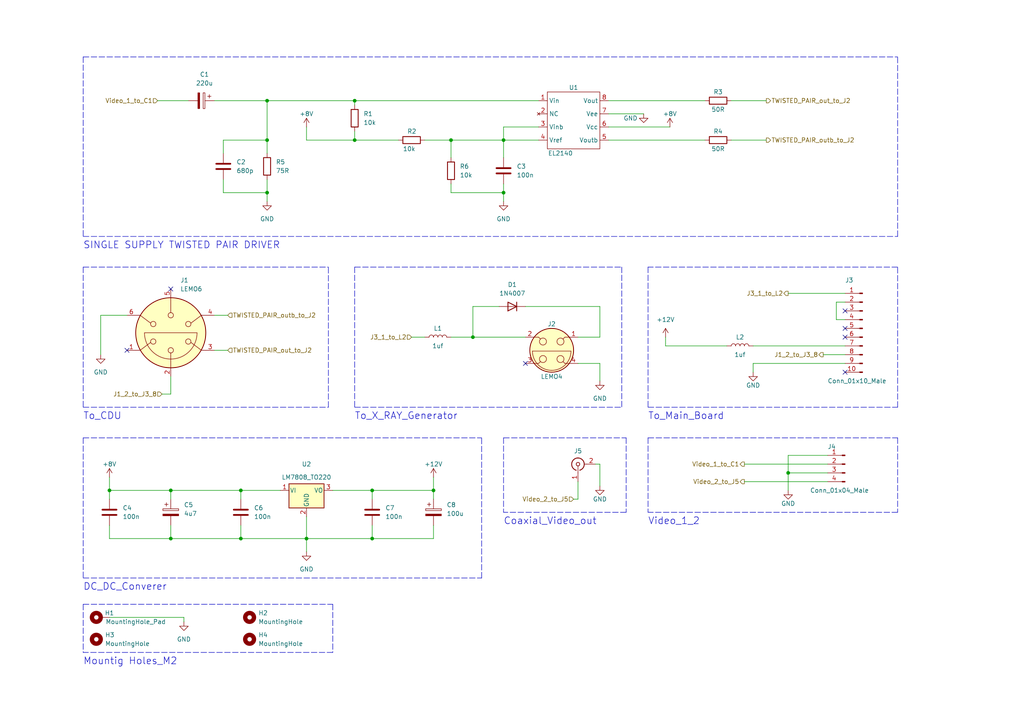
<source format=kicad_sch>
(kicad_sch (version 20211123) (generator eeschema)
  (paper "A4")
  (title_block (title "SINGLE SUPPLY TWISTED PAIR DRIVER") (date "2022-10-16") (company "KOBRAT_AL_TAFAKHOR COM") (comment 1 "THARWAT AGAMY"))
  (lib_symbols
    (symbol "C_Polarized_1" (pin_numbers hide) (pin_names (offset 0.254) hide)
      (property "Reference" "C" (at 0.635 2.54 0))
      (property "Value" "C_Polarized_1" (at 0.635 -2.54 0))
      (symbol "C_Polarized_1_0_1"
        (rectangle (start -2.286 0.508) (end 2.286 1.016))
        (polyline (pts (xy -1.778 2.286) (xy -0.762 2.286)))
        (polyline (pts (xy -1.27 2.794) (xy -1.27 1.778)))
        (rectangle (start 2.286 -0.508) (end -2.286 -1.016) (fill (type outline)))
      )
      (symbol "C_Polarized_1_1_1"
        (pin passive line (at 0 3.81 270) (length 2.794) (name "~") (number "1"))
        (pin passive line (at 0 -3.81 90) (length 2.794) (name "~") (number "2"))
      )
    )
    (symbol "Connector:Conn_01x04_Male" (pin_names (offset 1.016) hide)
      (property "Reference" "J" (at 0 5.08 0))
      (property "Value" "Conn_01x04_Male" (at 0 -7.62 0))
      (symbol "Conn_01x04_Male_1_1"
        (polyline (pts (xy 1.27 -5.08) (xy 0.8636 -5.08)) (stroke (width 0.1524)))
        (polyline (pts (xy 1.27 -2.54) (xy 0.8636 -2.54)) (stroke (width 0.1524)))
        (polyline (pts (xy 1.27 0) (xy 0.8636 0)) (stroke (width 0.1524)))
        (polyline (pts (xy 1.27 2.54) (xy 0.8636 2.54)) (stroke (width 0.1524)))
        (rectangle (start 0.8636 -4.953) (end 0 -5.207) (stroke (width 0.1524)) (fill (type outline)))
        (rectangle (start 0.8636 -2.413) (end 0 -2.667) (stroke (width 0.1524)) (fill (type outline)))
        (rectangle (start 0.8636 0.127) (end 0 -0.127) (stroke (width 0.1524)) (fill (type outline)))
        (rectangle (start 0.8636 2.667) (end 0 2.413) (stroke (width 0.1524)) (fill (type outline)))
        (pin passive line (at 5.08 2.54 180) (length 3.81) (name "Pin_1") (number "1"))
        (pin passive line (at 5.08 0 180) (length 3.81) (name "Pin_2") (number "2"))
        (pin passive line (at 5.08 -2.54 180) (length 3.81) (name "Pin_3") (number "3"))
        (pin passive line (at 5.08 -5.08 180) (length 3.81) (name "Pin_4") (number "4"))
      )
    )
    (symbol "Connector:Conn_01x10_Male" (pin_names (offset 1.016) hide)
      (property "Reference" "J" (at 0 12.7 0))
      (property "Value" "Conn_01x10_Male" (at 0 -15.24 0))
      (symbol "Conn_01x10_Male_1_1"
        (polyline (pts (xy 1.27 -12.7) (xy 0.8636 -12.7)) (stroke (width 0.1524)))
        (polyline (pts (xy 1.27 -10.16) (xy 0.8636 -10.16)) (stroke (width 0.1524)))
        (polyline (pts (xy 1.27 -7.62) (xy 0.8636 -7.62)) (stroke (width 0.1524)))
        (polyline (pts (xy 1.27 -5.08) (xy 0.8636 -5.08)) (stroke (width 0.1524)))
        (polyline (pts (xy 1.27 -2.54) (xy 0.8636 -2.54)) (stroke (width 0.1524)))
        (polyline (pts (xy 1.27 0) (xy 0.8636 0)) (stroke (width 0.1524)))
        (polyline (pts (xy 1.27 2.54) (xy 0.8636 2.54)) (stroke (width 0.1524)))
        (polyline (pts (xy 1.27 5.08) (xy 0.8636 5.08)) (stroke (width 0.1524)))
        (polyline (pts (xy 1.27 7.62) (xy 0.8636 7.62)) (stroke (width 0.1524)))
        (polyline (pts (xy 1.27 10.16) (xy 0.8636 10.16)) (stroke (width 0.1524)))
        (rectangle (start 0.8636 -12.573) (end 0 -12.827) (stroke (width 0.1524)) (fill (type outline)))
        (rectangle (start 0.8636 -10.033) (end 0 -10.287) (stroke (width 0.1524)) (fill (type outline)))
        (rectangle (start 0.8636 -7.493) (end 0 -7.747) (stroke (width 0.1524)) (fill (type outline)))
        (rectangle (start 0.8636 -4.953) (end 0 -5.207) (stroke (width 0.1524)) (fill (type outline)))
        (rectangle (start 0.8636 -2.413) (end 0 -2.667) (stroke (width 0.1524)) (fill (type outline)))
        (rectangle (start 0.8636 0.127) (end 0 -0.127) (stroke (width 0.1524)) (fill (type outline)))
        (rectangle (start 0.8636 2.667) (end 0 2.413) (stroke (width 0.1524)) (fill (type outline)))
        (rectangle (start 0.8636 5.207) (end 0 4.953) (stroke (width 0.1524)) (fill (type outline)))
        (rectangle (start 0.8636 7.747) (end 0 7.493) (stroke (width 0.1524)) (fill (type outline)))
        (rectangle (start 0.8636 10.287) (end 0 10.033) (stroke (width 0.1524)) (fill (type outline)))
        (pin passive line (at 5.08 10.16 180) (length 3.81) (name "Pin_1") (number "1"))
        (pin passive line (at 5.08 -12.7 180) (length 3.81) (name "Pin_10") (number "10"))
        (pin passive line (at 5.08 7.62 180) (length 3.81) (name "Pin_2") (number "2"))
        (pin passive line (at 5.08 5.08 180) (length 3.81) (name "Pin_3") (number "3"))
        (pin passive line (at 5.08 2.54 180) (length 3.81) (name "Pin_4") (number "4"))
        (pin passive line (at 5.08 0 180) (length 3.81) (name "Pin_5") (number "5"))
        (pin passive line (at 5.08 -2.54 180) (length 3.81) (name "Pin_6") (number "6"))
        (pin passive line (at 5.08 -5.08 180) (length 3.81) (name "Pin_7") (number "7"))
        (pin passive line (at 5.08 -7.62 180) (length 3.81) (name "Pin_8") (number "8"))
        (pin passive line (at 5.08 -10.16 180) (length 3.81) (name "Pin_9") (number "9"))
      )
    )
    (symbol "Connector:Conn_Coaxial" (pin_names (offset 1.016) hide)
      (property "Reference" "J" (at 0.254 3.048 0))
      (property "Value" "Conn_Coaxial" (at 2.921 0 90))
      (symbol "Conn_Coaxial_0_1"
        (arc (start -1.778 -0.508) (mid 0.2311 -1.8066) (end 1.778 0) (stroke (width 0.254)))
        (polyline (pts (xy -2.54 0) (xy -0.508 0)))
        (polyline (pts (xy 0 -2.54) (xy 0 -1.778)))
        (circle (center 0 0) (radius 0.508) (stroke (width 0.2032)))
        (arc (start 1.778 0) (mid 0.2099 1.8101) (end -1.778 0.508) (stroke (width 0.254)))
      )
      (symbol "Conn_Coaxial_1_1"
        (pin passive line (at -5.08 0 0) (length 2.54) (name "In") (number "1"))
        (pin passive line (at 0 -5.08 90) (length 2.54) (name "Ext") (number "2"))
      )
    )
    (symbol "Connector:LEMO4" (pin_names (offset 1.016) hide)
      (property "Reference" "J" (at 0 7.62 0))
      (property "Value" "LEMO4" (at 0 -7.62 0))
      (symbol "LEMO4_0_1"
        (arc (start -5.588 -0.2286) (mid -3.9513 -4.1799) (end 0 -5.8166))
        (circle (center -2.54 -2.54) (radius 1.016))
        (circle (center -2.54 2.54) (radius 1.016))
        (arc (start 0 -5.8166) (mid 3.9513 -4.1799) (end 5.588 -0.2286))
        (polyline (pts (xy -5.588 -0.2286) (xy 5.5626 -0.2286)))
        (polyline (pts (xy -5.08 -3.81) (xy -3.81 -3.81)))
        (polyline (pts (xy -3.81 -3.81) (xy -3.302 -3.302)))
        (polyline (pts (xy -3.81 3.81) (xy -5.08 3.81)))
        (polyline (pts (xy -3.81 3.81) (xy -3.302 3.302)))
        (polyline (pts (xy 3.81 -3.81) (xy 3.302 -3.302)))
        (polyline (pts (xy 3.81 3.81) (xy 3.302 3.302)))
        (polyline (pts (xy 5.08 -3.81) (xy 3.81 -3.81)))
        (polyline (pts (xy 5.08 3.81) (xy 3.81 3.81)))
        (circle (center 0 0) (radius 6.35) (stroke (width 0.254)) (fill (type background)))
        (circle (center 2.54 -2.54) (radius 1.016))
        (circle (center 2.54 2.54) (radius 1.016))
      )
      (symbol "LEMO4_1_1"
        (pin passive line (at 7.62 3.81 180) (length 2.54) (name "~") (number "1"))
        (pin passive line (at -7.62 3.81 0) (length 2.54) (name "~") (number "2"))
        (pin passive line (at -7.62 -3.81 0) (length 2.54) (name "~") (number "3"))
        (pin passive line (at 7.62 -3.81 180) (length 2.54) (name "~") (number "4"))
      )
    )
    (symbol "Connector:LEMO6" (pin_names (offset 1.016) hide)
      (property "Reference" "J" (at 8.255 9.525 0))
      (property "Value" "LEMO6" (at 8.255 -10.16 0))
      (symbol "LEMO6_0_1"
        (arc (start -7.62 -0.0254) (mid -5.3882 -5.3882) (end -0.0254 -7.62))
        (circle (center -5.08 -2.54) (radius 0.762))
        (circle (center -5.08 2.54) (radius 0.762))
        (circle (center 0 -5.08) (radius 0.762))
        (polyline (pts (xy -10.16 5.08) (xy -8.89 5.08)))
        (polyline (pts (xy -8.89 -5.08) (xy -10.16 -5.08)))
        (polyline (pts (xy -8.89 -5.08) (xy -5.842 -2.794)))
        (polyline (pts (xy -8.89 5.08) (xy -5.842 2.794)))
        (polyline (pts (xy -7.62 0) (xy 7.62 0)))
        (polyline (pts (xy 0 -10.16) (xy 0 -5.842)))
        (polyline (pts (xy 0 10.16) (xy 0 5.842)))
        (polyline (pts (xy 8.89 -5.08) (xy 5.842 -2.794)))
        (polyline (pts (xy 8.89 -5.08) (xy 10.16 -5.08)))
        (polyline (pts (xy 8.89 5.08) (xy 5.842 2.794)))
        (polyline (pts (xy 10.16 5.08) (xy 8.89 5.08)))
        (circle (center 0 0) (radius 10.16) (stroke (width 0.254)) (fill (type background)))
        (circle (center 0 5.08) (radius 0.762))
        (arc (start 0.0254 -7.62) (mid 5.3882 -5.3882) (end 7.62 -0.0254))
        (circle (center 5.08 -2.54) (radius 0.762))
        (circle (center 5.08 2.54) (radius 0.762))
      )
      (symbol "LEMO6_1_1"
        (pin passive line (at -12.7 -5.08 0) (length 2.54) (name "~") (number "1"))
        (pin passive line (at 0 -12.7 90) (length 2.54) (name "~") (number "2"))
        (pin passive line (at 12.7 -5.08 180) (length 2.54) (name "~") (number "3"))
        (pin passive line (at 12.7 5.08 180) (length 2.54) (name "~") (number "4"))
        (pin passive line (at 0 12.7 270) (length 2.54) (name "~") (number "5"))
        (pin passive line (at -12.7 5.08 0) (length 2.54) (name "~") (number "6"))
      )
    )
    (symbol "Device:C" (pin_numbers hide) (pin_names (offset 0.254))
      (property "Reference" "C" (at 0.635 2.54 0))
      (property "Value" "C" (at 0.635 -2.54 0))
      (symbol "C_0_1"
        (polyline (pts (xy -2.032 -0.762) (xy 2.032 -0.762)) (stroke (width 0.508)))
        (polyline (pts (xy -2.032 0.762) (xy 2.032 0.762)) (stroke (width 0.508)))
      )
      (symbol "C_1_1"
        (pin passive line (at 0 3.81 270) (length 2.794) (name "~") (number "1"))
        (pin passive line (at 0 -3.81 90) (length 2.794) (name "~") (number "2"))
      )
    )
    (symbol "Device:C_Polarized" (pin_numbers hide) (pin_names (offset 0.254))
      (property "Reference" "C" (at 0.635 2.54 0))
      (property "Value" "C_Polarized" (at 0.635 -2.54 0))
      (symbol "C_Polarized_0_1"
        (rectangle (start -2.286 0.508) (end 2.286 1.016))
        (polyline (pts (xy -1.778 2.286) (xy -0.762 2.286)))
        (polyline (pts (xy -1.27 2.794) (xy -1.27 1.778)))
        (rectangle (start 2.286 -0.508) (end -2.286 -1.016) (fill (type outline)))
      )
      (symbol "C_Polarized_1_1"
        (pin passive line (at 0 3.81 270) (length 2.794) (name "~") (number "1"))
        (pin passive line (at 0 -3.81 90) (length 2.794) (name "~") (number "2"))
      )
    )
    (symbol "Device:L" (pin_numbers hide) (pin_names (offset 1.016) hide)
      (property "Reference" "L" (at -1.27 0 90))
      (property "Value" "L" (at 1.905 0 90))
      (symbol "L_0_1"
        (arc (start 0 -2.54) (mid 0.635 -1.905) (end 0 -1.27))
        (arc (start 0 -1.27) (mid 0.635 -0.635) (end 0 0))
        (arc (start 0 0) (mid 0.635 0.635) (end 0 1.27))
        (arc (start 0 1.27) (mid 0.635 1.905) (end 0 2.54))
      )
      (symbol "L_1_1"
        (pin passive line (at 0 3.81 270) (length 1.27) (name "1") (number "1"))
        (pin passive line (at 0 -3.81 90) (length 1.27) (name "2") (number "2"))
      )
    )
    (symbol "Device:R" (pin_numbers hide) (pin_names (offset 0))
      (property "Reference" "R" (at 2.032 0 90))
      (property "Value" "R" (at 0 0 90))
      (symbol "R_0_1"
        (rectangle (start -1.016 -2.54) (end 1.016 2.54) (stroke (width 0.254)))
      )
      (symbol "R_1_1"
        (pin passive line (at 0 3.81 270) (length 1.27) (name "~") (number "1"))
        (pin passive line (at 0 -3.81 90) (length 1.27) (name "~") (number "2"))
      )
    )
    (symbol "Diode:1N4007" (pin_numbers hide) (pin_names hide)
      (property "Reference" "D" (at 0 2.54 0))
      (property "Value" "1N4007" (at 0 -2.54 0))
      (symbol "1N4007_0_1"
        (polyline (pts (xy -1.27 1.27) (xy -1.27 -1.27)) (stroke (width 0.254)))
        (polyline (pts (xy 1.27 0) (xy -1.27 0)))
        (polyline (pts (xy 1.27 1.27) (xy 1.27 -1.27) (xy -1.27 0) (xy 1.27 1.27)) (stroke (width 0.254)))
      )
      (symbol "1N4007_1_1"
        (pin passive line (at -3.81 0 0) (length 2.54) (name "K") (number "1"))
        (pin passive line (at 3.81 0 180) (length 2.54) (name "A") (number "2"))
      )
    )
    (symbol "EL2140_1"
      (property "Reference" "U" (at -6.35 8.89 0))
      (property "Value" "EL2140_1" (at -3.81 -10.16 0))
      (symbol "EL2140_1_0_1"
        (rectangle (start -7.62 7.62) (end 7.62 -8.89))
      )
      (symbol "EL2140_1_1_1"
        (pin input line (at -10.16 5.08 0) (length 2.54) (name "Vin") (number "1"))
        (pin no_connect line (at -10.16 1.27 0) (length 2.54) (name "NC") (number "2"))
        (pin input line (at -10.16 -2.54 0) (length 2.54) (name "Vinb") (number "3"))
        (pin input line (at -10.16 -6.35 0) (length 2.54) (name "Vref") (number "4"))
        (pin output line (at 10.16 -6.35 180) (length 2.54) (name "Voutb") (number "5"))
        (pin power_out line (at 10.16 -2.54 180) (length 2.54) (name "Vcc") (number "6"))
        (pin power_out line (at 10.16 1.27 180) (length 2.54) (name "Vee") (number "7"))
        (pin output line (at 10.16 5.08 180) (length 2.54) (name "Vout") (number "8"))
      )
    )
    (symbol "Mechanical:MountingHole" (pin_names (offset 1.016))
      (property "Reference" "H" (at 0 5.08 0))
      (property "Value" "MountingHole" (at 0 3.175 0))
      (symbol "MountingHole_0_1"
        (circle (center 0 0) (radius 1.27) (stroke (width 1.27)))
      )
    )
    (symbol "Mechanical:MountingHole_Pad" (pin_numbers hide) (pin_names (offset 1.016) hide)
      (property "Reference" "H" (at 0 6.35 0))
      (property "Value" "MountingHole_Pad" (at 0 4.445 0))
      (symbol "MountingHole_Pad_0_1"
        (circle (center 0 1.27) (radius 1.27) (stroke (width 1.27)))
      )
      (symbol "MountingHole_Pad_1_1"
        (pin input line (at 0 -2.54 90) (length 2.54) (name "1") (number "1"))
      )
    )
    (symbol "Regulator_Linear:LM7808_TO220" (pin_names (offset 0.254))
      (property "Reference" "U" (at -3.81 3.175 0))
      (property "Value" "LM7808_TO220" (at 0 3.175 0))
      (symbol "LM7808_TO220_0_1"
        (rectangle (start -5.08 1.905) (end 5.08 -5.08) (stroke (width 0.254)) (fill (type background)))
      )
      (symbol "LM7808_TO220_1_1"
        (pin power_in line (at -7.62 0 0) (length 2.54) (name "VI") (number "1"))
        (pin power_in line (at 0 -7.62 90) (length 2.54) (name "GND") (number "2"))
        (pin power_out line (at 7.62 0 180) (length 2.54) (name "VO") (number "3"))
      )
    )
    (symbol "power:+12V" (power) (pin_names (offset 0))
      (property "Value" "+12V" (at 0 3.556 0))
      (symbol "+12V_0_1"
        (polyline (pts (xy -0.762 1.27) (xy 0 2.54)))
        (polyline (pts (xy 0 0) (xy 0 2.54)))
        (polyline (pts (xy 0 2.54) (xy 0.762 1.27)))
      )
      (symbol "+12V_1_1"
        (pin power_in line (at 0 0 90) (length 0) hide (name "+12V") (number "1"))
      )
    )
    (symbol "power:+8V" (power) (pin_names (offset 0))
      (property "Value" "+8V" (at 0 3.556 0))
      (symbol "+8V_0_1"
        (polyline (pts (xy -0.762 1.27) (xy 0 2.54)))
        (polyline (pts (xy 0 0) (xy 0 2.54)))
        (polyline (pts (xy 0 2.54) (xy 0.762 1.27)))
      )
      (symbol "+8V_1_1"
        (pin power_in line (at 0 0 90) (length 0) hide (name "+8V") (number "1"))
      )
    )
    (symbol "power:GND" (power) (pin_names (offset 0))
      (property "Value" "GND" (at 0 -3.81 0))
      (symbol "GND_0_1"
        (polyline (pts (xy 0 0) (xy 0 -1.27) (xy 1.27 -1.27) (xy 0 -2.54) (xy -1.27 -1.27) (xy 0 -1.27)))
      )
      (symbol "GND_1_1"
        (pin power_in line (at 0 0 270) (length 0) hide (name "GND") (number "1"))
      )
    )
  )
  (junction (at 125.73 142.24))
  (junction (at 69.85 156.21))
  (junction (at 130.81 40.64))
  (junction (at 137.16 97.79))
  (junction (at 49.53 156.21))
  (junction (at 49.53 142.24))
  (junction (at 77.47 29.21))
  (junction (at 146.05 55.88))
  (junction (at 88.9 156.21))
  (junction (at 77.47 40.64))
  (junction (at 102.87 29.21))
  (junction (at 77.47 55.88))
  (junction (at 107.95 156.21))
  (junction (at 146.05 40.64))
  (junction (at 102.87 40.64))
  (junction (at 69.85 142.24))
  (junction (at 107.95 142.24))
  (junction (at 228.6 137.16))
  (junction (at 31.75 142.24))
  (no_connect (at 36.83 101.6))
  (no_connect (at 245.11 95.25))
  (no_connect (at 245.11 107.95))
  (no_connect (at 245.11 97.79))
  (no_connect (at 152.4 105.41))
  (no_connect (at 245.11 90.17))
  (no_connect (at 49.53 83.82))
  (polyline (pts (xy 96.52 189.23) (xy 24.13 189.23)))
  (polyline (pts (xy 24.13 175.26) (xy 24.13 189.23)))
  (wire (pts (xy 62.23 29.21) (xy 77.47 29.21)))
  (wire (pts (xy 242.57 92.71) (xy 245.11 92.71)))
  (polyline (pts (xy 146.05 127) (xy 146.05 148.59)))
  (wire (pts (xy 228.6 137.16) (xy 228.6 142.24)))
  (wire (pts (xy 146.05 36.83) (xy 156.21 36.83)))
  (wire (pts (xy 77.47 29.21) (xy 102.87 29.21)))
  (wire (pts (xy 88.9 36.83) (xy 88.9 40.64)))
  (wire (pts (xy 130.81 55.88) (xy 146.05 55.88)))
  (wire (pts (xy 125.73 152.4) (xy 125.73 156.21)))
  (wire (pts (xy 102.87 29.21) (xy 156.21 29.21)))
  (wire (pts (xy 77.47 55.88) (xy 64.77 55.88)))
  (wire (pts (xy 173.99 110.49) (xy 173.99 105.41)))
  (wire (pts (xy 215.9 139.7) (xy 240.03 139.7)))
  (wire (pts (xy 193.04 100.33) (xy 210.82 100.33)))
  (wire (pts (xy 69.85 156.21) (xy 69.85 152.4)))
  (wire (pts (xy 130.81 97.79) (xy 137.16 97.79)))
  (wire (pts (xy 240.03 132.08) (xy 228.6 132.08)))
  (wire (pts (xy 137.16 88.9) (xy 137.16 97.79)))
  (polyline (pts (xy 260.35 118.11) (xy 260.35 77.47)))
  (wire (pts (xy 49.53 152.4) (xy 49.53 156.21)))
  (wire (pts (xy 123.19 40.64) (xy 130.81 40.64)))
  (wire (pts (xy 228.6 137.16) (xy 240.03 137.16)))
  (wire (pts (xy 176.53 36.83) (xy 194.31 36.83)))
  (wire (pts (xy 167.64 144.78) (xy 166.37 144.78)))
  (wire (pts (xy 228.6 132.08) (xy 228.6 137.16)))
  (wire (pts (xy 69.85 142.24) (xy 69.85 144.78)))
  (polyline (pts (xy 102.87 118.11) (xy 180.34 118.11)))
  (wire (pts (xy 130.81 45.72) (xy 130.81 40.64)))
  (wire (pts (xy 173.99 97.79) (xy 167.64 97.79)))
  (wire (pts (xy 245.11 105.41) (xy 218.44 105.41)))
  (wire (pts (xy 173.99 88.9) (xy 173.99 97.79)))
  (polyline (pts (xy 187.96 127) (xy 187.96 148.59)))
  (polyline (pts (xy 260.35 127) (xy 260.35 148.59)))
  (polyline (pts (xy 102.87 77.47) (xy 180.34 77.47)))
  (polyline (pts (xy 181.61 127) (xy 181.61 148.59)))
  (wire (pts (xy 88.9 149.86) (xy 88.9 156.21)))
  (wire (pts (xy 49.53 156.21) (xy 69.85 156.21)))
  (polyline (pts (xy 24.13 16.51) (xy 24.13 68.58)))
  (wire (pts (xy 107.95 152.4) (xy 107.95 156.21)))
  (polyline (pts (xy 139.7 167.64) (xy 139.7 127)))
  (wire (pts (xy 96.52 142.24) (xy 107.95 142.24)))
  (polyline (pts (xy 24.13 118.11) (xy 95.25 118.11)))
  (wire (pts (xy 77.47 40.64) (xy 77.47 44.45)))
  (wire (pts (xy 119.38 97.79) (xy 123.19 97.79)))
  (wire (pts (xy 102.87 30.48) (xy 102.87 29.21)))
  (wire (pts (xy 152.4 88.9) (xy 173.99 88.9)))
  (polyline (pts (xy 24.13 77.47) (xy 24.13 118.11)))
  (polyline (pts (xy 146.05 127) (xy 181.61 127)))
  (wire (pts (xy 31.75 156.21) (xy 49.53 156.21)))
  (wire (pts (xy 215.9 134.62) (xy 240.03 134.62)))
  (wire (pts (xy 62.23 91.44) (xy 66.04 91.44)))
  (wire (pts (xy 115.57 40.64) (xy 102.87 40.64)))
  (wire (pts (xy 172.72 134.62) (xy 173.99 134.62)))
  (polyline (pts (xy 187.96 118.11) (xy 260.35 118.11)))
  (polyline (pts (xy 24.13 77.47) (xy 95.25 77.47)))
  (wire (pts (xy 77.47 52.07) (xy 77.47 55.88)))
  (wire (pts (xy 29.21 102.87) (xy 29.21 91.44)))
  (polyline (pts (xy 260.35 77.47) (xy 187.96 77.47)))
  (wire (pts (xy 88.9 156.21) (xy 88.9 160.02)))
  (wire (pts (xy 228.6 85.09) (xy 245.11 85.09)))
  (wire (pts (xy 49.53 114.3) (xy 49.53 109.22)))
  (wire (pts (xy 107.95 156.21) (xy 88.9 156.21)))
  (polyline (pts (xy 187.96 77.47) (xy 187.96 118.11)))
  (wire (pts (xy 88.9 40.64) (xy 102.87 40.64)))
  (wire (pts (xy 125.73 142.24) (xy 107.95 142.24)))
  (wire (pts (xy 31.75 142.24) (xy 49.53 142.24)))
  (wire (pts (xy 125.73 144.78) (xy 125.73 142.24)))
  (polyline (pts (xy 24.13 167.64) (xy 139.7 167.64)))
  (wire (pts (xy 130.81 40.64) (xy 146.05 40.64)))
  (polyline (pts (xy 260.35 148.59) (xy 187.96 148.59)))
  (polyline (pts (xy 180.34 77.47) (xy 180.34 118.11)))
  (wire (pts (xy 31.75 152.4) (xy 31.75 156.21)))
  (polyline (pts (xy 260.35 68.58) (xy 260.35 16.51)))
  (polyline (pts (xy 95.25 118.11) (xy 95.25 77.47)))
  (wire (pts (xy 125.73 138.43) (xy 125.73 142.24)))
  (wire (pts (xy 146.05 53.34) (xy 146.05 55.88)))
  (wire (pts (xy 31.75 144.78) (xy 31.75 142.24)))
  (wire (pts (xy 176.53 40.64) (xy 204.47 40.64)))
  (polyline (pts (xy 24.13 16.51) (xy 260.35 16.51)))
  (wire (pts (xy 167.64 105.41) (xy 173.99 105.41)))
  (polyline (pts (xy 96.52 175.26) (xy 96.52 189.23)))
  (polyline (pts (xy 24.13 127) (xy 139.7 127)))
  (polyline (pts (xy 24.13 68.58) (xy 260.35 68.58)))
  (wire (pts (xy 62.23 101.6) (xy 66.04 101.6)))
  (wire (pts (xy 49.53 144.78) (xy 49.53 142.24)))
  (wire (pts (xy 176.53 29.21) (xy 204.47 29.21)))
  (polyline (pts (xy 181.61 148.59) (xy 146.05 148.59)))
  (wire (pts (xy 81.28 142.24) (xy 69.85 142.24)))
  (wire (pts (xy 146.05 55.88) (xy 146.05 58.42)))
  (polyline (pts (xy 102.87 77.47) (xy 102.87 118.11)))
  (wire (pts (xy 125.73 156.21) (xy 107.95 156.21)))
  (wire (pts (xy 107.95 142.24) (xy 107.95 144.78)))
  (wire (pts (xy 64.77 44.45) (xy 64.77 40.64)))
  (wire (pts (xy 173.99 134.62) (xy 173.99 140.97)))
  (wire (pts (xy 49.53 142.24) (xy 69.85 142.24)))
  (wire (pts (xy 102.87 40.64) (xy 102.87 38.1)))
  (wire (pts (xy 146.05 36.83) (xy 146.05 40.64)))
  (wire (pts (xy 29.21 91.44) (xy 36.83 91.44)))
  (wire (pts (xy 46.99 114.3) (xy 49.53 114.3)))
  (wire (pts (xy 64.77 40.64) (xy 77.47 40.64)))
  (wire (pts (xy 146.05 40.64) (xy 156.21 40.64)))
  (wire (pts (xy 130.81 53.34) (xy 130.81 55.88)))
  (wire (pts (xy 45.72 29.21) (xy 54.61 29.21)))
  (wire (pts (xy 64.77 55.88) (xy 64.77 52.07)))
  (wire (pts (xy 186.69 33.02) (xy 176.53 33.02)))
  (wire (pts (xy 245.11 87.63) (xy 242.57 87.63)))
  (polyline (pts (xy 24.13 127) (xy 24.13 167.64)))
  (wire (pts (xy 242.57 87.63) (xy 242.57 92.71)))
  (wire (pts (xy 212.09 29.21) (xy 222.25 29.21)))
  (wire (pts (xy 218.44 105.41) (xy 218.44 107.95)))
  (wire (pts (xy 88.9 156.21) (xy 69.85 156.21)))
  (wire (pts (xy 31.75 179.07) (xy 53.34 179.07)))
  (wire (pts (xy 144.78 88.9) (xy 137.16 88.9)))
  (wire (pts (xy 137.16 97.79) (xy 152.4 97.79)))
  (wire (pts (xy 53.34 179.07) (xy 53.34 180.34)))
  (polyline (pts (xy 187.96 127) (xy 260.35 127)))
  (wire (pts (xy 146.05 40.64) (xy 146.05 45.72)))
  (wire (pts (xy 31.75 138.43) (xy 31.75 142.24)))
  (wire (pts (xy 193.04 97.79) (xy 193.04 100.33)))
  (wire (pts (xy 167.64 139.7) (xy 167.64 144.78)))
  (wire (pts (xy 238.76 102.87) (xy 245.11 102.87)))
  (wire (pts (xy 77.47 29.21) (xy 77.47 40.64)))
  (polyline (pts (xy 24.13 175.26) (xy 96.52 175.26)))
  (wire (pts (xy 77.47 55.88) (xy 77.47 58.42)))
  (wire (pts (xy 212.09 40.64) (xy 222.25 40.64)))
  (wire (pts (xy 218.44 100.33) (xy 245.11 100.33)))
  (text "Mountig Holes_M2" (at 24.13 193.04 0) (effects (font (size 2 2)) (justify left bottom)))
  (text "To_Main_Board" (at 187.96 121.92 0) (effects (font (size 2 2)) (justify left bottom)))
  (text "Coaxial_Video_out" (at 146.05 152.4 0) (effects (font (size 2 2)) (justify left bottom)))
  (text "To_X_RAY_Generator" (at 102.87 121.92 0) (effects (font (size 2 2)) (justify left bottom)))
  (text "Video_1_2" (at 187.96 152.4 0) (effects (font (size 2 2)) (justify left bottom)))
  (text "To_CDU" (at 24.13 121.92 0) (effects (font (size 2 2)) (justify left bottom)))
  (text "DC_DC_Converer" (at 24.13 171.45 0) (effects (font (size 2 2)) (justify left bottom)))
  (text "SINGLE SUPPLY TWISTED PAIR DRIVER" (at 24.13 72.39 0) (effects (font (size 2 2)) (justify left bottom)))
  (hierarchical_label "Video_2_to_J5" (shape output) (at 215.9 139.7 180))
  (hierarchical_label "J3_1_to_L2" (shape output) (at 228.6 85.09 180))
  (hierarchical_label "TWISTED_PAIR_outb_to_J2" (shape output) (at 222.25 40.64 0))
  (hierarchical_label "TWISTED_PAIR_out_to_J2" (shape input) (at 66.04 101.6 0))
  (hierarchical_label "J1_2_to_J3_8" (shape input) (at 46.99 114.3 180))
  (hierarchical_label "J1_2_to_J3_8" (shape output) (at 238.76 102.87 180))
  (hierarchical_label "TWISTED_PAIR_out_to_J2" (shape output) (at 222.25 29.21 0))
  (hierarchical_label "TWISTED_PAIR_outb_to_J2" (shape input) (at 66.04 91.44 0))
  (hierarchical_label "Video_2_to_J5" (shape input) (at 166.37 144.78 180))
  (hierarchical_label "J3_1_to_L2" (shape input) (at 119.38 97.79 180))
  (hierarchical_label "Video_1_to_C1" (shape output) (at 215.9 134.62 180))
  (hierarchical_label "Video_1_to_C1" (shape input) (at 45.72 29.21 180))
  (symbol (lib_id "Device:R") (at 77.47 48.26 0) (unit 1)
    (property "Reference" "R5" (at 80.01 46.9899 0) (effects (justify left)))
    (property "Value" "75R" (at 80.01 49.5299 0) (effects (justify left)))
    (property "Footprint" "Resistor_THT:R_Axial_DIN0207_L6.3mm_D2.5mm_P10.16mm_Horizontal" (effects hide))
  )
  (symbol (lib_id "Device:R") (at 119.38 40.64 90) (mirror x) (unit 1)
    (property "Reference" "R2" (at 118.1099 38.1 90) (effects (justify right)))
    (property "Value" "10k" (at 116.84 43.18 90) (effects (justify right)))
    (property "Footprint" "Resistor_THT:R_Axial_DIN0207_L6.3mm_D2.5mm_P10.16mm_Horizontal" (effects hide))
  )
  (symbol (lib_id "Device:L") (at 214.63 100.33 90) (unit 1)
    (property "Reference" "L2" (at 214.63 97.79 90))
    (property "Value" "1uf" (at 214.63 102.87 90))
    (property "Footprint" "Inductor_THT:L_Axial_L5.3mm_D2.2mm_P10.16mm_Horizontal_Vishay_IM-1" (effects hide))
  )
  (symbol (lib_id "Device:R") (at 208.28 29.21 90) (unit 1)
    (property "Reference" "R3" (at 208.28 26.67 90))
    (property "Value" "50R" (at 208.28 31.75 90))
    (property "Footprint" "Resistor_THT:R_Axial_DIN0207_L6.3mm_D2.5mm_P10.16mm_Horizontal" (effects hide))
  )
  (symbol (lib_name "C_Polarized_1") (lib_id "Device:C_Polarized") (at 49.53 148.59 0) (unit 1)
    (property "Reference" "C5" (at 53.34 146.4309 0) (effects (justify left)))
    (property "Value" "4u7" (at 53.34 148.9709 0) (effects (justify left)))
    (property "Footprint" "Capacitor_THT:CP_Radial_D6.3mm_P2.50mm" (effects hide))
  )
  (symbol (lib_id "power:GND") (at 228.6 142.24 0) (unit 1)
    (property "Reference" "#PWR0101" (effects hide))
    (property "Value" "GND" (at 228.6 146.05 0))
  )
  (symbol (lib_id "Device:R") (at 130.81 49.53 0) (unit 1)
    (property "Reference" "R6" (at 133.35 48.2599 0) (effects (justify left)))
    (property "Value" "10k" (at 133.35 50.7999 0) (effects (justify left)))
    (property "Footprint" "Resistor_THT:R_Axial_DIN0207_L6.3mm_D2.5mm_P10.16mm_Horizontal" (effects hide))
  )
  (symbol (lib_id "power:+8V") (at 88.9 36.83 0) (unit 1)
    (property "Reference" "#PWR0110" (effects hide))
    (property "Value" "+8V" (at 88.9 33.02 0))
  )
  (symbol (lib_id "Regulator_Linear:LM7808_TO220") (at 88.9 142.24 0) (unit 1)
    (property "Reference" "U2" (at 88.9 134.62 0))
    (property "Value" "LM7808_TO220" (at 88.9 138.43 0))
    (property "Footprint" "Package_TO_SOT_THT:TO-220-3_Vertical" (effects hide))
    (property "Datasheet" "https://www.onsemi.cn/PowerSolutions/document/MC7800-D.PDF" (effects hide))
  )
  (symbol (lib_id "Device:C_Polarized") (at 125.73 148.59 0) (unit 1)
    (property "Reference" "C8" (at 129.54 146.4309 0) (effects (justify left)))
    (property "Value" "100u" (at 129.54 148.9709 0) (effects (justify left)))
    (property "Footprint" "Capacitor_THT:CP_Radial_D6.3mm_P2.50mm" (effects hide))
  )
  (symbol (lib_id "Device:C") (at 107.95 148.59 0) (unit 1)
    (property "Reference" "C7" (at 111.76 147.3199 0) (effects (justify left)))
    (property "Value" "100n" (at 111.76 149.8599 0) (effects (justify left)))
    (property "Footprint" "Capacitor_THT:C_Disc_D3.8mm_W2.6mm_P2.50mm" (effects hide))
  )
  (symbol (lib_id "power:GND") (at 173.99 110.49 0) (unit 1)
    (property "Reference" "#PWR0107" (effects hide))
    (property "Value" "GND" (at 173.99 115.57 0))
  )
  (symbol (lib_id "Connector:Conn_Coaxial") (at 167.64 134.62 90) (unit 1)
    (property "Reference" "J5" (at 167.64 130.81 90))
    (property "Value" "Conn_Coaxial" (effects hide))
    (property "Footprint" "Connector_Coaxial:BNC_TEConnectivity_1478204_Vertical" (effects hide))
    (property "Datasheet" " ~" (effects hide))
  )
  (symbol (lib_id "Device:C_Polarized") (at 58.42 29.21 270) (unit 1)
    (property "Reference" "C1" (at 59.309 21.59 90))
    (property "Value" "220u" (at 59.309 24.13 90))
    (property "Footprint" "Capacitor_THT:CP_Radial_D6.3mm_P2.50mm" (effects hide))
  )
  (symbol (lib_id "power:GND") (at 218.44 107.95 0) (unit 1)
    (property "Reference" "#PWR0102" (effects hide))
    (property "Value" "GND" (at 218.44 111.76 0))
  )
  (symbol (lib_id "Mechanical:MountingHole") (at 27.94 185.42 0) (unit 1)
    (property "Reference" "H3" (at 30.48 184.1499 0) (effects (justify left)))
    (property "Value" "MountingHole" (at 30.48 186.6899 0) (effects (justify left)))
    (property "Footprint" "MountingHole:MountingHole_2.2mm_M2" (effects hide))
  )
  (symbol (lib_id "power:GND") (at 29.21 102.87 0) (unit 1)
    (property "Reference" "#PWR0113" (effects hide))
    (property "Value" "GND" (at 29.21 107.95 0))
  )
  (symbol (lib_id "Mechanical:MountingHole_Pad") (at 29.21 179.07 90) (unit 1)
    (property "Reference" "H1" (at 31.75 177.8 90))
    (property "Value" "MountingHole_Pad" (at 39.37 180.34 90))
    (property "Footprint" "MountingHole:MountingHole_2.2mm_M2_Pad" (effects hide))
  )
  (symbol (lib_id "power:+12V") (at 125.73 138.43 0) (unit 1)
    (property "Reference" "#PWR0112" (effects hide))
    (property "Value" "+12V" (at 125.73 134.62 0))
  )
  (symbol (lib_id "Connector:Conn_01x04_Male") (at 245.11 134.62 0) (mirror y) (unit 1)
    (property "Reference" "J4" (at 240.03 129.54 0) (effects (justify right)))
    (property "Value" "Conn_01x04_Male" (at 234.95 142.24 0) (effects (justify right)))
    (property "Footprint" "Connector_JST:JST_XH_B4B-XH-A_1x04_P2.50mm_Vertical" (effects hide))
  )
  (symbol (lib_id "Connector:Conn_01x10_Male") (at 250.19 95.25 0) (mirror y) (unit 1)
    (property "Reference" "J3" (at 245.11 81.28 0) (effects (justify right)))
    (property "Value" "Conn_01x10_Male" (at 240.03 110.49 0) (effects (justify right)))
    (property "Footprint" "Connector_Molex:Molex_SL_171971-0010_1x10_P2.54mm_Vertical" (effects hide))
  )
  (symbol (lib_id "Diode:1N4007") (at 148.59 88.9 180) (unit 1)
    (property "Reference" "D1" (at 148.59 82.55 0))
    (property "Value" "1N4007" (at 148.59 85.09 0))
    (property "Footprint" "Diode_THT:D_DO-41_SOD81_P10.16mm_Horizontal" (effects hide))
    (property "Datasheet" "http://www.vishay.com/docs/88503/1n4001.pdf" (effects hide))
  )
  (symbol (lib_id "power:GND") (at 186.69 33.02 0) (unit 1)
    (property "Reference" "#PWR0104" (effects hide))
    (property "Value" "GND" (at 182.88 34.29 0))
  )
  (symbol (lib_id "Mechanical:MountingHole") (at 72.39 179.07 0) (unit 1)
    (property "Reference" "H2" (at 74.93 177.7999 0) (effects (justify left)))
    (property "Value" "MountingHole" (at 74.93 180.3399 0) (effects (justify left)))
    (property "Footprint" "MountingHole:MountingHole_2.2mm_M2" (effects hide))
  )
  (symbol (lib_id "Device:L") (at 127 97.79 90) (unit 1)
    (property "Reference" "L1" (at 127 95.25 90))
    (property "Value" "1uf" (at 127 100.33 90))
    (property "Footprint" "Inductor_THT:L_Axial_L5.3mm_D2.2mm_P10.16mm_Horizontal_Vishay_IM-1" (effects hide))
  )
  (symbol (lib_id "Device:C") (at 31.75 148.59 0) (unit 1)
    (property "Reference" "C4" (at 35.56 147.3199 0) (effects (justify left)))
    (property "Value" "100n" (at 35.56 149.8599 0) (effects (justify left)))
    (property "Footprint" "Capacitor_THT:C_Disc_D3.8mm_W2.6mm_P2.50mm" (effects hide))
  )
  (symbol (lib_id "Device:C") (at 69.85 148.59 0) (unit 1)
    (property "Reference" "C6" (at 73.66 147.3199 0) (effects (justify left)))
    (property "Value" "100n" (at 73.66 149.8599 0) (effects (justify left)))
    (property "Footprint" "Capacitor_THT:C_Disc_D3.8mm_W2.6mm_P2.50mm" (effects hide))
  )
  (symbol (lib_id "power:GND") (at 173.99 140.97 0) (unit 1)
    (property "Reference" "#PWR0114" (effects hide))
    (property "Value" "GND" (at 173.99 144.78 0))
  )
  (symbol (lib_id "Mechanical:MountingHole") (at 72.39 185.42 0) (unit 1)
    (property "Reference" "H4" (at 74.93 184.1499 0) (effects (justify left)))
    (property "Value" "MountingHole" (at 74.93 186.6899 0) (effects (justify left)))
    (property "Footprint" "MountingHole:MountingHole_2.2mm_M2" (effects hide))
  )
  (symbol (lib_id "power:GND") (at 77.47 58.42 0) (unit 1)
    (property "Reference" "#PWR0109" (effects hide))
    (property "Value" "GND" (at 77.47 63.5 0))
  )
  (symbol (lib_id "power:GND") (at 53.34 180.34 0) (mirror y) (unit 1)
    (property "Reference" "#PWR0115" (effects hide))
    (property "Value" "GND" (at 53.34 185.42 0))
  )
  (symbol (lib_id "Device:R") (at 102.87 34.29 0) (unit 1)
    (property "Reference" "R1" (at 105.41 33.0199 0) (effects (justify left)))
    (property "Value" "10k" (at 105.41 35.5599 0) (effects (justify left)))
    (property "Footprint" "Resistor_THT:R_Axial_DIN0207_L6.3mm_D2.5mm_P10.16mm_Horizontal" (effects hide))
  )
  (symbol (lib_id "Connector:LEMO6") (at 49.53 96.52 0) (unit 1)
    (property "Reference" "J1" (at 52.2987 81.28 0) (effects (justify left)))
    (property "Value" "LEMO6" (at 52.2987 83.82 0) (effects (justify left)))
    (property "Footprint" "TerminalBlock_4Ucon:TerminalBlock_4Ucon_1x06_P3.50mm_Horizontal" (effects hide))
    (property "Datasheet" " ~" (effects hide))
  )
  (symbol (lib_id "Device:C") (at 64.77 48.26 0) (unit 1)
    (property "Reference" "C2" (at 68.58 46.9899 0) (effects (justify left)))
    (property "Value" "680p" (at 68.58 49.5299 0) (effects (justify left)))
    (property "Footprint" "Capacitor_THT:C_Disc_D3.8mm_W2.6mm_P2.50mm" (effects hide))
  )
  (symbol (lib_name "EL2140_1") (lib_id "Amplifier_Video_2:EL2140") (at 166.37 34.29 0) (unit 1)
    (property "Reference" "U1" (at 166.37 25.4 0))
    (property "Value" "EL2140" (at 162.56 44.45 0))
    (property "Footprint" "Package_DIP:DIP-8_W7.62mm" (effects hide))
  )
  (symbol (lib_id "Connector:LEMO4") (at 160.02 101.6 0) (unit 1)
    (property "Reference" "J2" (at 160.02 93.98 0))
    (property "Value" "LEMO4" (at 160.02 109.22 0))
    (property "Footprint" "Connector_JST:JST_EH_B4B-EH-A_1x04_P2.50mm_Vertical" (effects hide))
    (property "Datasheet" " ~" (effects hide))
  )
  (symbol (lib_id "power:+8V") (at 194.31 36.83 0) (unit 1)
    (property "Reference" "#PWR0105" (effects hide))
    (property "Value" "+8V" (at 194.31 33.02 0))
  )
  (symbol (lib_id "power:+8V") (at 31.75 138.43 0) (unit 1)
    (property "Reference" "#PWR0111" (effects hide))
    (property "Value" "+8V" (at 31.75 134.62 0))
  )
  (symbol (lib_id "Device:C") (at 146.05 49.53 0) (unit 1)
    (property "Reference" "C3" (at 149.86 48.2599 0) (effects (justify left)))
    (property "Value" "100n" (at 149.86 50.7999 0) (effects (justify left)))
    (property "Footprint" "Capacitor_THT:C_Disc_D3.8mm_W2.6mm_P2.50mm" (effects hide))
  )
  (symbol (lib_id "Device:R") (at 208.28 40.64 90) (unit 1)
    (property "Reference" "R4" (at 208.28 38.1 90))
    (property "Value" "50R" (at 208.28 43.18 90))
    (property "Footprint" "Resistor_THT:R_Axial_DIN0207_L6.3mm_D2.5mm_P10.16mm_Horizontal" (effects hide))
  )
  (symbol (lib_id "power:GND") (at 88.9 160.02 0) (unit 1)
    (property "Reference" "#PWR0108" (effects hide))
    (property "Value" "GND" (at 88.9 165.1 0))
  )
  (symbol (lib_id "power:GND") (at 146.05 58.42 0) (unit 1)
    (property "Reference" "#PWR0106" (effects hide))
    (property "Value" "GND" (at 146.05 63.5 0))
  )
  (symbol (lib_id "power:+12V") (at 193.04 97.79 0) (unit 1)
    (property "Reference" "#PWR0103" (effects hide))
    (property "Value" "+12V" (at 193.04 92.71 0))
  )
)
</source>
